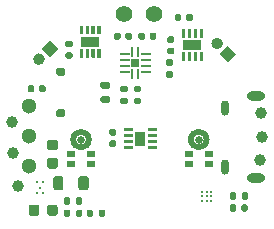
<source format=gbs>
G04 #@! TF.GenerationSoftware,KiCad,Pcbnew,5.1.12-84ad8e8a86~92~ubuntu20.04.1*
G04 #@! TF.CreationDate,2022-02-16T15:18:21-08:00*
G04 #@! TF.ProjectId,Zooids,5a6f6f69-6473-42e6-9b69-6361645f7063,rev?*
G04 #@! TF.SameCoordinates,Original*
G04 #@! TF.FileFunction,Soldermask,Bot*
G04 #@! TF.FilePolarity,Negative*
%FSLAX46Y46*%
G04 Gerber Fmt 4.6, Leading zero omitted, Abs format (unit mm)*
G04 Created by KiCad (PCBNEW 5.1.12-84ad8e8a86~92~ubuntu20.04.1) date 2022-02-16 15:18:21*
%MOMM*%
%LPD*%
G01*
G04 APERTURE LIST*
%ADD10C,0.500000*%
%ADD11O,1.550000X0.775000*%
%ADD12O,0.650000X1.300000*%
%ADD13C,0.264922*%
%ADD14R,0.725000X0.522000*%
%ADD15C,0.650000*%
%ADD16C,1.000000*%
%ADD17R,0.900000X1.300000*%
%ADD18C,0.250000*%
%ADD19R,1.600000X0.900000*%
%ADD20C,0.150000*%
%ADD21R,0.711200X0.711200*%
%ADD22R,0.228600X0.812800*%
%ADD23R,0.812800X0.228600*%
%ADD24C,1.400000*%
%ADD25C,1.300000*%
G04 APERTURE END LIST*
D10*
G04 #@! TO.C,MK1*
X159272500Y-97355000D02*
G75*
G03*
X159272500Y-97355000I-662500J0D01*
G01*
G04 #@! TO.C,MK2*
X149308000Y-97365000D02*
G75*
G03*
X149308000Y-97365000I-662500J0D01*
G01*
G04 #@! TD*
D11*
G04 #@! TO.C,J1*
X163500000Y-93655000D03*
X163500000Y-100655000D03*
D12*
X160800000Y-94655000D03*
X160800000Y-99655000D03*
G04 #@! TD*
D13*
G04 #@! TO.C,U2*
X145390000Y-100992000D03*
X144890000Y-100992000D03*
X145140000Y-101425000D03*
X145390000Y-101858000D03*
X144890000Y-101858000D03*
G04 #@! TD*
D14*
G04 #@! TO.C,MK1*
X157772500Y-99429000D03*
X157772500Y-98607000D03*
X159447500Y-98607000D03*
X159447500Y-99429000D03*
D15*
X158610000Y-97355000D03*
G04 #@! TD*
D16*
G04 #@! TO.C,TP8*
X142860000Y-98455000D03*
G04 #@! TD*
D17*
G04 #@! TO.C,U4*
X153680000Y-97275000D03*
G36*
G01*
X154285000Y-98151900D02*
X154285000Y-97898100D01*
G75*
G02*
X154293100Y-97890000I8100J0D01*
G01*
X155036900Y-97890000D01*
G75*
G02*
X155045000Y-97898100I0J-8100D01*
G01*
X155045000Y-98151900D01*
G75*
G02*
X155036900Y-98160000I-8100J0D01*
G01*
X154293100Y-98160000D01*
G75*
G02*
X154285000Y-98151900I0J8100D01*
G01*
G37*
G36*
G01*
X154285000Y-97651900D02*
X154285000Y-97398100D01*
G75*
G02*
X154293100Y-97390000I8100J0D01*
G01*
X155036900Y-97390000D01*
G75*
G02*
X155045000Y-97398100I0J-8100D01*
G01*
X155045000Y-97651900D01*
G75*
G02*
X155036900Y-97660000I-8100J0D01*
G01*
X154293100Y-97660000D01*
G75*
G02*
X154285000Y-97651900I0J8100D01*
G01*
G37*
G36*
G01*
X154285000Y-97151900D02*
X154285000Y-96898100D01*
G75*
G02*
X154293100Y-96890000I8100J0D01*
G01*
X155036900Y-96890000D01*
G75*
G02*
X155045000Y-96898100I0J-8100D01*
G01*
X155045000Y-97151900D01*
G75*
G02*
X155036900Y-97160000I-8100J0D01*
G01*
X154293100Y-97160000D01*
G75*
G02*
X154285000Y-97151900I0J8100D01*
G01*
G37*
G36*
G01*
X154285000Y-96651900D02*
X154285000Y-96398100D01*
G75*
G02*
X154293100Y-96390000I8100J0D01*
G01*
X155036900Y-96390000D01*
G75*
G02*
X155045000Y-96398100I0J-8100D01*
G01*
X155045000Y-96651900D01*
G75*
G02*
X155036900Y-96660000I-8100J0D01*
G01*
X154293100Y-96660000D01*
G75*
G02*
X154285000Y-96651900I0J8100D01*
G01*
G37*
G36*
G01*
X152315000Y-96651900D02*
X152315000Y-96398100D01*
G75*
G02*
X152323100Y-96390000I8100J0D01*
G01*
X153066900Y-96390000D01*
G75*
G02*
X153075000Y-96398100I0J-8100D01*
G01*
X153075000Y-96651900D01*
G75*
G02*
X153066900Y-96660000I-8100J0D01*
G01*
X152323100Y-96660000D01*
G75*
G02*
X152315000Y-96651900I0J8100D01*
G01*
G37*
G36*
G01*
X152315000Y-97151900D02*
X152315000Y-96898100D01*
G75*
G02*
X152323100Y-96890000I8100J0D01*
G01*
X153066900Y-96890000D01*
G75*
G02*
X153075000Y-96898100I0J-8100D01*
G01*
X153075000Y-97151900D01*
G75*
G02*
X153066900Y-97160000I-8100J0D01*
G01*
X152323100Y-97160000D01*
G75*
G02*
X152315000Y-97151900I0J8100D01*
G01*
G37*
G36*
G01*
X152315000Y-97651900D02*
X152315000Y-97398100D01*
G75*
G02*
X152323100Y-97390000I8100J0D01*
G01*
X153066900Y-97390000D01*
G75*
G02*
X153075000Y-97398100I0J-8100D01*
G01*
X153075000Y-97651900D01*
G75*
G02*
X153066900Y-97660000I-8100J0D01*
G01*
X152323100Y-97660000D01*
G75*
G02*
X152315000Y-97651900I0J8100D01*
G01*
G37*
G36*
G01*
X152315000Y-98151900D02*
X152315000Y-97898100D01*
G75*
G02*
X152323100Y-97890000I8100J0D01*
G01*
X153066900Y-97890000D01*
G75*
G02*
X153075000Y-97898100I0J-8100D01*
G01*
X153075000Y-98151900D01*
G75*
G02*
X153066900Y-98160000I-8100J0D01*
G01*
X152323100Y-98160000D01*
G75*
G02*
X152315000Y-98151900I0J8100D01*
G01*
G37*
G04 #@! TD*
D18*
G04 #@! TO.C,U9*
X159680000Y-102565000D03*
X159680000Y-102165000D03*
X159680000Y-101765000D03*
X159280000Y-102565000D03*
X159280000Y-102165000D03*
X159280000Y-101765000D03*
X158880000Y-102565000D03*
X158880000Y-102165000D03*
X158880000Y-101765000D03*
G04 #@! TD*
G04 #@! TO.C,R13*
G36*
G01*
X153615000Y-93345000D02*
X153245000Y-93345000D01*
G75*
G02*
X153110000Y-93210000I0J135000D01*
G01*
X153110000Y-92940000D01*
G75*
G02*
X153245000Y-92805000I135000J0D01*
G01*
X153615000Y-92805000D01*
G75*
G02*
X153750000Y-92940000I0J-135000D01*
G01*
X153750000Y-93210000D01*
G75*
G02*
X153615000Y-93345000I-135000J0D01*
G01*
G37*
G36*
G01*
X153615000Y-94365000D02*
X153245000Y-94365000D01*
G75*
G02*
X153110000Y-94230000I0J135000D01*
G01*
X153110000Y-93960000D01*
G75*
G02*
X153245000Y-93825000I135000J0D01*
G01*
X153615000Y-93825000D01*
G75*
G02*
X153750000Y-93960000I0J-135000D01*
G01*
X153750000Y-94230000D01*
G75*
G02*
X153615000Y-94365000I-135000J0D01*
G01*
G37*
G04 #@! TD*
G04 #@! TO.C,R12*
G36*
G01*
X152455000Y-93355000D02*
X152085000Y-93355000D01*
G75*
G02*
X151950000Y-93220000I0J135000D01*
G01*
X151950000Y-92950000D01*
G75*
G02*
X152085000Y-92815000I135000J0D01*
G01*
X152455000Y-92815000D01*
G75*
G02*
X152590000Y-92950000I0J-135000D01*
G01*
X152590000Y-93220000D01*
G75*
G02*
X152455000Y-93355000I-135000J0D01*
G01*
G37*
G36*
G01*
X152455000Y-94375000D02*
X152085000Y-94375000D01*
G75*
G02*
X151950000Y-94240000I0J135000D01*
G01*
X151950000Y-93970000D01*
G75*
G02*
X152085000Y-93835000I135000J0D01*
G01*
X152455000Y-93835000D01*
G75*
G02*
X152590000Y-93970000I0J-135000D01*
G01*
X152590000Y-94240000D01*
G75*
G02*
X152455000Y-94375000I-135000J0D01*
G01*
G37*
G04 #@! TD*
G04 #@! TO.C,R4*
G36*
G01*
X155945000Y-91585000D02*
X156315000Y-91585000D01*
G75*
G02*
X156450000Y-91720000I0J-135000D01*
G01*
X156450000Y-91990000D01*
G75*
G02*
X156315000Y-92125000I-135000J0D01*
G01*
X155945000Y-92125000D01*
G75*
G02*
X155810000Y-91990000I0J135000D01*
G01*
X155810000Y-91720000D01*
G75*
G02*
X155945000Y-91585000I135000J0D01*
G01*
G37*
G36*
G01*
X155945000Y-90565000D02*
X156315000Y-90565000D01*
G75*
G02*
X156450000Y-90700000I0J-135000D01*
G01*
X156450000Y-90970000D01*
G75*
G02*
X156315000Y-91105000I-135000J0D01*
G01*
X155945000Y-91105000D01*
G75*
G02*
X155810000Y-90970000I0J135000D01*
G01*
X155810000Y-90700000D01*
G75*
G02*
X155945000Y-90565000I135000J0D01*
G01*
G37*
G04 #@! TD*
G04 #@! TO.C,C6*
G36*
G01*
X151160000Y-97425000D02*
X151500000Y-97425000D01*
G75*
G02*
X151640000Y-97565000I0J-140000D01*
G01*
X151640000Y-97845000D01*
G75*
G02*
X151500000Y-97985000I-140000J0D01*
G01*
X151160000Y-97985000D01*
G75*
G02*
X151020000Y-97845000I0J140000D01*
G01*
X151020000Y-97565000D01*
G75*
G02*
X151160000Y-97425000I140000J0D01*
G01*
G37*
G36*
G01*
X151160000Y-96465000D02*
X151500000Y-96465000D01*
G75*
G02*
X151640000Y-96605000I0J-140000D01*
G01*
X151640000Y-96885000D01*
G75*
G02*
X151500000Y-97025000I-140000J0D01*
G01*
X151160000Y-97025000D01*
G75*
G02*
X151020000Y-96885000I0J140000D01*
G01*
X151020000Y-96605000D01*
G75*
G02*
X151160000Y-96465000I140000J0D01*
G01*
G37*
G04 #@! TD*
D19*
G04 #@! TO.C,U6*
X158080000Y-89350000D03*
G36*
G01*
X157201200Y-89965000D02*
X157458800Y-89965000D01*
G75*
G02*
X157470000Y-89976200I0J-11200D01*
G01*
X157470000Y-90693800D01*
G75*
G02*
X157458800Y-90705000I-11200J0D01*
G01*
X157201200Y-90705000D01*
G75*
G02*
X157190000Y-90693800I0J11200D01*
G01*
X157190000Y-89976200D01*
G75*
G02*
X157201200Y-89965000I11200J0D01*
G01*
G37*
G36*
G01*
X157701200Y-89965000D02*
X157958800Y-89965000D01*
G75*
G02*
X157970000Y-89976200I0J-11200D01*
G01*
X157970000Y-90693800D01*
G75*
G02*
X157958800Y-90705000I-11200J0D01*
G01*
X157701200Y-90705000D01*
G75*
G02*
X157690000Y-90693800I0J11200D01*
G01*
X157690000Y-89976200D01*
G75*
G02*
X157701200Y-89965000I11200J0D01*
G01*
G37*
G36*
G01*
X158201200Y-89965000D02*
X158458800Y-89965000D01*
G75*
G02*
X158470000Y-89976200I0J-11200D01*
G01*
X158470000Y-90693800D01*
G75*
G02*
X158458800Y-90705000I-11200J0D01*
G01*
X158201200Y-90705000D01*
G75*
G02*
X158190000Y-90693800I0J11200D01*
G01*
X158190000Y-89976200D01*
G75*
G02*
X158201200Y-89965000I11200J0D01*
G01*
G37*
G36*
G01*
X158701200Y-89965000D02*
X158958800Y-89965000D01*
G75*
G02*
X158970000Y-89976200I0J-11200D01*
G01*
X158970000Y-90693800D01*
G75*
G02*
X158958800Y-90705000I-11200J0D01*
G01*
X158701200Y-90705000D01*
G75*
G02*
X158690000Y-90693800I0J11200D01*
G01*
X158690000Y-89976200D01*
G75*
G02*
X158701200Y-89965000I11200J0D01*
G01*
G37*
G36*
G01*
X158701200Y-87995000D02*
X158958800Y-87995000D01*
G75*
G02*
X158970000Y-88006200I0J-11200D01*
G01*
X158970000Y-88723800D01*
G75*
G02*
X158958800Y-88735000I-11200J0D01*
G01*
X158701200Y-88735000D01*
G75*
G02*
X158690000Y-88723800I0J11200D01*
G01*
X158690000Y-88006200D01*
G75*
G02*
X158701200Y-87995000I11200J0D01*
G01*
G37*
G36*
G01*
X158201200Y-87995000D02*
X158458800Y-87995000D01*
G75*
G02*
X158470000Y-88006200I0J-11200D01*
G01*
X158470000Y-88723800D01*
G75*
G02*
X158458800Y-88735000I-11200J0D01*
G01*
X158201200Y-88735000D01*
G75*
G02*
X158190000Y-88723800I0J11200D01*
G01*
X158190000Y-88006200D01*
G75*
G02*
X158201200Y-87995000I11200J0D01*
G01*
G37*
G36*
G01*
X157701200Y-87995000D02*
X157958800Y-87995000D01*
G75*
G02*
X157970000Y-88006200I0J-11200D01*
G01*
X157970000Y-88723800D01*
G75*
G02*
X157958800Y-88735000I-11200J0D01*
G01*
X157701200Y-88735000D01*
G75*
G02*
X157690000Y-88723800I0J11200D01*
G01*
X157690000Y-88006200D01*
G75*
G02*
X157701200Y-87995000I11200J0D01*
G01*
G37*
G36*
G01*
X157201200Y-87995000D02*
X157458800Y-87995000D01*
G75*
G02*
X157470000Y-88006200I0J-11200D01*
G01*
X157470000Y-88723800D01*
G75*
G02*
X157458800Y-88735000I-11200J0D01*
G01*
X157201200Y-88735000D01*
G75*
G02*
X157190000Y-88723800I0J11200D01*
G01*
X157190000Y-88006200D01*
G75*
G02*
X157201200Y-87995000I11200J0D01*
G01*
G37*
G04 #@! TD*
G04 #@! TO.C,U5*
X149420000Y-89060000D03*
G36*
G01*
X148541200Y-89675000D02*
X148798800Y-89675000D01*
G75*
G02*
X148810000Y-89686200I0J-11200D01*
G01*
X148810000Y-90403800D01*
G75*
G02*
X148798800Y-90415000I-11200J0D01*
G01*
X148541200Y-90415000D01*
G75*
G02*
X148530000Y-90403800I0J11200D01*
G01*
X148530000Y-89686200D01*
G75*
G02*
X148541200Y-89675000I11200J0D01*
G01*
G37*
G36*
G01*
X149041200Y-89675000D02*
X149298800Y-89675000D01*
G75*
G02*
X149310000Y-89686200I0J-11200D01*
G01*
X149310000Y-90403800D01*
G75*
G02*
X149298800Y-90415000I-11200J0D01*
G01*
X149041200Y-90415000D01*
G75*
G02*
X149030000Y-90403800I0J11200D01*
G01*
X149030000Y-89686200D01*
G75*
G02*
X149041200Y-89675000I11200J0D01*
G01*
G37*
G36*
G01*
X149541200Y-89675000D02*
X149798800Y-89675000D01*
G75*
G02*
X149810000Y-89686200I0J-11200D01*
G01*
X149810000Y-90403800D01*
G75*
G02*
X149798800Y-90415000I-11200J0D01*
G01*
X149541200Y-90415000D01*
G75*
G02*
X149530000Y-90403800I0J11200D01*
G01*
X149530000Y-89686200D01*
G75*
G02*
X149541200Y-89675000I11200J0D01*
G01*
G37*
G36*
G01*
X150041200Y-89675000D02*
X150298800Y-89675000D01*
G75*
G02*
X150310000Y-89686200I0J-11200D01*
G01*
X150310000Y-90403800D01*
G75*
G02*
X150298800Y-90415000I-11200J0D01*
G01*
X150041200Y-90415000D01*
G75*
G02*
X150030000Y-90403800I0J11200D01*
G01*
X150030000Y-89686200D01*
G75*
G02*
X150041200Y-89675000I11200J0D01*
G01*
G37*
G36*
G01*
X150041200Y-87705000D02*
X150298800Y-87705000D01*
G75*
G02*
X150310000Y-87716200I0J-11200D01*
G01*
X150310000Y-88433800D01*
G75*
G02*
X150298800Y-88445000I-11200J0D01*
G01*
X150041200Y-88445000D01*
G75*
G02*
X150030000Y-88433800I0J11200D01*
G01*
X150030000Y-87716200D01*
G75*
G02*
X150041200Y-87705000I11200J0D01*
G01*
G37*
G36*
G01*
X149541200Y-87705000D02*
X149798800Y-87705000D01*
G75*
G02*
X149810000Y-87716200I0J-11200D01*
G01*
X149810000Y-88433800D01*
G75*
G02*
X149798800Y-88445000I-11200J0D01*
G01*
X149541200Y-88445000D01*
G75*
G02*
X149530000Y-88433800I0J11200D01*
G01*
X149530000Y-87716200D01*
G75*
G02*
X149541200Y-87705000I11200J0D01*
G01*
G37*
G36*
G01*
X149041200Y-87705000D02*
X149298800Y-87705000D01*
G75*
G02*
X149310000Y-87716200I0J-11200D01*
G01*
X149310000Y-88433800D01*
G75*
G02*
X149298800Y-88445000I-11200J0D01*
G01*
X149041200Y-88445000D01*
G75*
G02*
X149030000Y-88433800I0J11200D01*
G01*
X149030000Y-87716200D01*
G75*
G02*
X149041200Y-87705000I11200J0D01*
G01*
G37*
G36*
G01*
X148541200Y-87705000D02*
X148798800Y-87705000D01*
G75*
G02*
X148810000Y-87716200I0J-11200D01*
G01*
X148810000Y-88433800D01*
G75*
G02*
X148798800Y-88445000I-11200J0D01*
G01*
X148541200Y-88445000D01*
G75*
G02*
X148530000Y-88433800I0J11200D01*
G01*
X148530000Y-87716200D01*
G75*
G02*
X148541200Y-87705000I11200J0D01*
G01*
G37*
G04 #@! TD*
D15*
G04 #@! TO.C,MK2*
X148645500Y-97365000D03*
D14*
X149483000Y-99439000D03*
X149483000Y-98617000D03*
X147808000Y-98617000D03*
X147808000Y-99439000D03*
G04 #@! TD*
G04 #@! TO.C,L1*
G36*
G01*
X148412500Y-101426250D02*
X148412500Y-100663750D01*
G75*
G02*
X148631250Y-100445000I218750J0D01*
G01*
X149068750Y-100445000D01*
G75*
G02*
X149287500Y-100663750I0J-218750D01*
G01*
X149287500Y-101426250D01*
G75*
G02*
X149068750Y-101645000I-218750J0D01*
G01*
X148631250Y-101645000D01*
G75*
G02*
X148412500Y-101426250I0J218750D01*
G01*
G37*
G36*
G01*
X146287500Y-101426250D02*
X146287500Y-100663750D01*
G75*
G02*
X146506250Y-100445000I218750J0D01*
G01*
X146943750Y-100445000D01*
G75*
G02*
X147162500Y-100663750I0J-218750D01*
G01*
X147162500Y-101426250D01*
G75*
G02*
X146943750Y-101645000I-218750J0D01*
G01*
X146506250Y-101645000D01*
G75*
G02*
X146287500Y-101426250I0J218750D01*
G01*
G37*
G04 #@! TD*
G04 #@! TO.C,C12*
G36*
G01*
X157540000Y-87195000D02*
X157540000Y-86855000D01*
G75*
G02*
X157680000Y-86715000I140000J0D01*
G01*
X157960000Y-86715000D01*
G75*
G02*
X158100000Y-86855000I0J-140000D01*
G01*
X158100000Y-87195000D01*
G75*
G02*
X157960000Y-87335000I-140000J0D01*
G01*
X157680000Y-87335000D01*
G75*
G02*
X157540000Y-87195000I0J140000D01*
G01*
G37*
G36*
G01*
X156580000Y-87195000D02*
X156580000Y-86855000D01*
G75*
G02*
X156720000Y-86715000I140000J0D01*
G01*
X157000000Y-86715000D01*
G75*
G02*
X157140000Y-86855000I0J-140000D01*
G01*
X157140000Y-87195000D01*
G75*
G02*
X157000000Y-87335000I-140000J0D01*
G01*
X156720000Y-87335000D01*
G75*
G02*
X156580000Y-87195000I0J140000D01*
G01*
G37*
G04 #@! TD*
G04 #@! TO.C,C11*
G36*
G01*
X145090000Y-93225000D02*
X145090000Y-92885000D01*
G75*
G02*
X145230000Y-92745000I140000J0D01*
G01*
X145510000Y-92745000D01*
G75*
G02*
X145650000Y-92885000I0J-140000D01*
G01*
X145650000Y-93225000D01*
G75*
G02*
X145510000Y-93365000I-140000J0D01*
G01*
X145230000Y-93365000D01*
G75*
G02*
X145090000Y-93225000I0J140000D01*
G01*
G37*
G36*
G01*
X144130000Y-93225000D02*
X144130000Y-92885000D01*
G75*
G02*
X144270000Y-92745000I140000J0D01*
G01*
X144550000Y-92745000D01*
G75*
G02*
X144690000Y-92885000I0J-140000D01*
G01*
X144690000Y-93225000D01*
G75*
G02*
X144550000Y-93365000I-140000J0D01*
G01*
X144270000Y-93365000D01*
G75*
G02*
X144130000Y-93225000I0J140000D01*
G01*
G37*
G04 #@! TD*
D20*
G04 #@! TO.C,P3*
G36*
X161070000Y-89417893D02*
G01*
X161777107Y-90125000D01*
X161070000Y-90832107D01*
X160362893Y-90125000D01*
X161070000Y-89417893D01*
G37*
G36*
G01*
X160525527Y-88873421D02*
X160525527Y-88873421D01*
G75*
G02*
X160525527Y-89580527I-353553J-353553D01*
G01*
X160525527Y-89580527D01*
G75*
G02*
X159818421Y-89580527I-353553J353553D01*
G01*
X159818421Y-89580527D01*
G75*
G02*
X159818421Y-88873421I353553J353553D01*
G01*
X159818421Y-88873421D01*
G75*
G02*
X160525527Y-88873421I353553J-353553D01*
G01*
G37*
G04 #@! TD*
G04 #@! TO.C,P1*
G36*
G01*
X150980000Y-94270000D02*
X150430000Y-94270000D01*
G75*
G02*
X150280000Y-94120000I0J150000D01*
G01*
X150280000Y-93820000D01*
G75*
G02*
X150430000Y-93670000I150000J0D01*
G01*
X150980000Y-93670000D01*
G75*
G02*
X151130000Y-93820000I0J-150000D01*
G01*
X151130000Y-94120000D01*
G75*
G02*
X150980000Y-94270000I-150000J0D01*
G01*
G37*
G36*
G01*
X150980000Y-93070000D02*
X150430000Y-93070000D01*
G75*
G02*
X150280000Y-92920000I0J150000D01*
G01*
X150280000Y-92620000D01*
G75*
G02*
X150430000Y-92470000I150000J0D01*
G01*
X150980000Y-92470000D01*
G75*
G02*
X151130000Y-92620000I0J-150000D01*
G01*
X151130000Y-92920000D01*
G75*
G02*
X150980000Y-93070000I-150000J0D01*
G01*
G37*
G36*
G01*
X147155000Y-95470000D02*
X146705000Y-95470000D01*
G75*
G02*
X146530000Y-95295000I0J175000D01*
G01*
X146530000Y-94945000D01*
G75*
G02*
X146705000Y-94770000I175000J0D01*
G01*
X147155000Y-94770000D01*
G75*
G02*
X147330000Y-94945000I0J-175000D01*
G01*
X147330000Y-95295000D01*
G75*
G02*
X147155000Y-95470000I-175000J0D01*
G01*
G37*
G36*
G01*
X147155000Y-91970000D02*
X146705000Y-91970000D01*
G75*
G02*
X146530000Y-91795000I0J175000D01*
G01*
X146530000Y-91445000D01*
G75*
G02*
X146705000Y-91270000I175000J0D01*
G01*
X147155000Y-91270000D01*
G75*
G02*
X147330000Y-91445000I0J-175000D01*
G01*
X147330000Y-91795000D01*
G75*
G02*
X147155000Y-91970000I-175000J0D01*
G01*
G37*
G04 #@! TD*
D16*
G04 #@! TO.C,TP1*
X142840000Y-95865000D03*
G04 #@! TD*
D21*
G04 #@! TO.C,U3*
X153248300Y-90865001D03*
D22*
X153498300Y-89963301D03*
X152998300Y-89963301D03*
D23*
X152346600Y-90115000D03*
X152346600Y-90615001D03*
X152346600Y-91115001D03*
X152346600Y-91615002D03*
D22*
X152998300Y-91766701D03*
X153498300Y-91766701D03*
D23*
X154150000Y-91615002D03*
X154150000Y-91115001D03*
X154150000Y-90615001D03*
X154150000Y-90115000D03*
G04 #@! TD*
G04 #@! TO.C,C8*
G36*
G01*
X154050000Y-88435000D02*
X154050000Y-88775000D01*
G75*
G02*
X153910000Y-88915000I-140000J0D01*
G01*
X153630000Y-88915000D01*
G75*
G02*
X153490000Y-88775000I0J140000D01*
G01*
X153490000Y-88435000D01*
G75*
G02*
X153630000Y-88295000I140000J0D01*
G01*
X153910000Y-88295000D01*
G75*
G02*
X154050000Y-88435000I0J-140000D01*
G01*
G37*
G36*
G01*
X155010000Y-88435000D02*
X155010000Y-88775000D01*
G75*
G02*
X154870000Y-88915000I-140000J0D01*
G01*
X154590000Y-88915000D01*
G75*
G02*
X154450000Y-88775000I0J140000D01*
G01*
X154450000Y-88435000D01*
G75*
G02*
X154590000Y-88295000I140000J0D01*
G01*
X154870000Y-88295000D01*
G75*
G02*
X155010000Y-88435000I0J-140000D01*
G01*
G37*
G04 #@! TD*
G04 #@! TO.C,C3*
G36*
G01*
X152390000Y-88775000D02*
X152390000Y-88435000D01*
G75*
G02*
X152530000Y-88295000I140000J0D01*
G01*
X152810000Y-88295000D01*
G75*
G02*
X152950000Y-88435000I0J-140000D01*
G01*
X152950000Y-88775000D01*
G75*
G02*
X152810000Y-88915000I-140000J0D01*
G01*
X152530000Y-88915000D01*
G75*
G02*
X152390000Y-88775000I0J140000D01*
G01*
G37*
G36*
G01*
X151430000Y-88775000D02*
X151430000Y-88435000D01*
G75*
G02*
X151570000Y-88295000I140000J0D01*
G01*
X151850000Y-88295000D01*
G75*
G02*
X151990000Y-88435000I0J-140000D01*
G01*
X151990000Y-88775000D01*
G75*
G02*
X151850000Y-88915000I-140000J0D01*
G01*
X151570000Y-88915000D01*
G75*
G02*
X151430000Y-88775000I0J140000D01*
G01*
G37*
G04 #@! TD*
G04 #@! TO.C,P4*
G36*
G01*
X144728421Y-90204473D02*
X144728421Y-90204473D01*
G75*
G02*
X145435527Y-90204473I353553J-353553D01*
G01*
X145435527Y-90204473D01*
G75*
G02*
X145435527Y-90911579I-353553J-353553D01*
G01*
X145435527Y-90911579D01*
G75*
G02*
X144728421Y-90911579I-353553J353553D01*
G01*
X144728421Y-90911579D01*
G75*
G02*
X144728421Y-90204473I353553J353553D01*
G01*
G37*
D20*
G36*
X145272893Y-89660000D02*
G01*
X145980000Y-88952893D01*
X146687107Y-89660000D01*
X145980000Y-90367107D01*
X145272893Y-89660000D01*
G37*
G04 #@! TD*
D24*
G04 #@! TO.C,P2*
X152320000Y-86725000D03*
X154860000Y-86725000D03*
G04 #@! TD*
D16*
G04 #@! TO.C,TP9*
X143300000Y-101265000D03*
G04 #@! TD*
G04 #@! TO.C,TP5*
X163910000Y-95075000D03*
G04 #@! TD*
G04 #@! TO.C,TP4*
X163930000Y-97105000D03*
G04 #@! TD*
G04 #@! TO.C,TP3*
X163800000Y-99125000D03*
G04 #@! TD*
G04 #@! TO.C,R8*
G36*
G01*
X162250000Y-102330000D02*
X162250000Y-101960000D01*
G75*
G02*
X162385000Y-101825000I135000J0D01*
G01*
X162655000Y-101825000D01*
G75*
G02*
X162790000Y-101960000I0J-135000D01*
G01*
X162790000Y-102330000D01*
G75*
G02*
X162655000Y-102465000I-135000J0D01*
G01*
X162385000Y-102465000D01*
G75*
G02*
X162250000Y-102330000I0J135000D01*
G01*
G37*
G36*
G01*
X161230000Y-102330000D02*
X161230000Y-101960000D01*
G75*
G02*
X161365000Y-101825000I135000J0D01*
G01*
X161635000Y-101825000D01*
G75*
G02*
X161770000Y-101960000I0J-135000D01*
G01*
X161770000Y-102330000D01*
G75*
G02*
X161635000Y-102465000I-135000J0D01*
G01*
X161365000Y-102465000D01*
G75*
G02*
X161230000Y-102330000I0J135000D01*
G01*
G37*
G04 #@! TD*
G04 #@! TO.C,R3*
G36*
G01*
X150150000Y-103790000D02*
X150150000Y-103420000D01*
G75*
G02*
X150285000Y-103285000I135000J0D01*
G01*
X150555000Y-103285000D01*
G75*
G02*
X150690000Y-103420000I0J-135000D01*
G01*
X150690000Y-103790000D01*
G75*
G02*
X150555000Y-103925000I-135000J0D01*
G01*
X150285000Y-103925000D01*
G75*
G02*
X150150000Y-103790000I0J135000D01*
G01*
G37*
G36*
G01*
X149130000Y-103790000D02*
X149130000Y-103420000D01*
G75*
G02*
X149265000Y-103285000I135000J0D01*
G01*
X149535000Y-103285000D01*
G75*
G02*
X149670000Y-103420000I0J-135000D01*
G01*
X149670000Y-103790000D01*
G75*
G02*
X149535000Y-103925000I-135000J0D01*
G01*
X149265000Y-103925000D01*
G75*
G02*
X149130000Y-103790000I0J135000D01*
G01*
G37*
G04 #@! TD*
G04 #@! TO.C,R2*
G36*
G01*
X148200000Y-102760000D02*
X148200000Y-102390000D01*
G75*
G02*
X148335000Y-102255000I135000J0D01*
G01*
X148605000Y-102255000D01*
G75*
G02*
X148740000Y-102390000I0J-135000D01*
G01*
X148740000Y-102760000D01*
G75*
G02*
X148605000Y-102895000I-135000J0D01*
G01*
X148335000Y-102895000D01*
G75*
G02*
X148200000Y-102760000I0J135000D01*
G01*
G37*
G36*
G01*
X147180000Y-102760000D02*
X147180000Y-102390000D01*
G75*
G02*
X147315000Y-102255000I135000J0D01*
G01*
X147585000Y-102255000D01*
G75*
G02*
X147720000Y-102390000I0J-135000D01*
G01*
X147720000Y-102760000D01*
G75*
G02*
X147585000Y-102895000I-135000J0D01*
G01*
X147315000Y-102895000D01*
G75*
G02*
X147180000Y-102760000I0J135000D01*
G01*
G37*
G04 #@! TD*
G04 #@! TO.C,R1*
G36*
G01*
X148210001Y-103790000D02*
X148210001Y-103420000D01*
G75*
G02*
X148345001Y-103285000I135000J0D01*
G01*
X148615001Y-103285000D01*
G75*
G02*
X148750001Y-103420000I0J-135000D01*
G01*
X148750001Y-103790000D01*
G75*
G02*
X148615001Y-103925000I-135000J0D01*
G01*
X148345001Y-103925000D01*
G75*
G02*
X148210001Y-103790000I0J135000D01*
G01*
G37*
G36*
G01*
X147190001Y-103790000D02*
X147190001Y-103420000D01*
G75*
G02*
X147325001Y-103285000I135000J0D01*
G01*
X147595001Y-103285000D01*
G75*
G02*
X147730001Y-103420000I0J-135000D01*
G01*
X147730001Y-103790000D01*
G75*
G02*
X147595001Y-103925000I-135000J0D01*
G01*
X147325001Y-103925000D01*
G75*
G02*
X147190001Y-103790000I0J135000D01*
G01*
G37*
G04 #@! TD*
D25*
G04 #@! TO.C,S1*
X144250000Y-94530000D03*
X144250000Y-99610000D03*
X144250000Y-97070000D03*
G04 #@! TD*
G04 #@! TO.C,C1*
G36*
G01*
X147460000Y-88990000D02*
X147800000Y-88990000D01*
G75*
G02*
X147940000Y-89130000I0J-140000D01*
G01*
X147940000Y-89410000D01*
G75*
G02*
X147800000Y-89550000I-140000J0D01*
G01*
X147460000Y-89550000D01*
G75*
G02*
X147320000Y-89410000I0J140000D01*
G01*
X147320000Y-89130000D01*
G75*
G02*
X147460000Y-88990000I140000J0D01*
G01*
G37*
G36*
G01*
X147460000Y-89950000D02*
X147800000Y-89950000D01*
G75*
G02*
X147940000Y-90090000I0J-140000D01*
G01*
X147940000Y-90370000D01*
G75*
G02*
X147800000Y-90510000I-140000J0D01*
G01*
X147460000Y-90510000D01*
G75*
G02*
X147320000Y-90370000I0J140000D01*
G01*
X147320000Y-90090000D01*
G75*
G02*
X147460000Y-89950000I140000J0D01*
G01*
G37*
G04 #@! TD*
G04 #@! TO.C,C10*
G36*
G01*
X161250000Y-103325000D02*
X161250000Y-102985000D01*
G75*
G02*
X161390000Y-102845000I140000J0D01*
G01*
X161670000Y-102845000D01*
G75*
G02*
X161810000Y-102985000I0J-140000D01*
G01*
X161810000Y-103325000D01*
G75*
G02*
X161670000Y-103465000I-140000J0D01*
G01*
X161390000Y-103465000D01*
G75*
G02*
X161250000Y-103325000I0J140000D01*
G01*
G37*
G36*
G01*
X162210000Y-103325000D02*
X162210000Y-102985000D01*
G75*
G02*
X162350000Y-102845000I140000J0D01*
G01*
X162630000Y-102845000D01*
G75*
G02*
X162770000Y-102985000I0J-140000D01*
G01*
X162770000Y-103325000D01*
G75*
G02*
X162630000Y-103465000I-140000J0D01*
G01*
X162350000Y-103465000D01*
G75*
G02*
X162210000Y-103325000I0J140000D01*
G01*
G37*
G04 #@! TD*
G04 #@! TO.C,C2*
G36*
G01*
X156420000Y-89185000D02*
X156080000Y-89185000D01*
G75*
G02*
X155940000Y-89045000I0J140000D01*
G01*
X155940000Y-88765000D01*
G75*
G02*
X156080000Y-88625000I140000J0D01*
G01*
X156420000Y-88625000D01*
G75*
G02*
X156560000Y-88765000I0J-140000D01*
G01*
X156560000Y-89045000D01*
G75*
G02*
X156420000Y-89185000I-140000J0D01*
G01*
G37*
G36*
G01*
X156420000Y-90145000D02*
X156080000Y-90145000D01*
G75*
G02*
X155940000Y-90005000I0J140000D01*
G01*
X155940000Y-89725000D01*
G75*
G02*
X156080000Y-89585000I140000J0D01*
G01*
X156420000Y-89585000D01*
G75*
G02*
X156560000Y-89725000I0J-140000D01*
G01*
X156560000Y-90005000D01*
G75*
G02*
X156420000Y-90145000I-140000J0D01*
G01*
G37*
G04 #@! TD*
G04 #@! TO.C,C4*
G36*
G01*
X146670000Y-103095000D02*
X146670000Y-103595000D01*
G75*
G02*
X146445000Y-103820000I-225000J0D01*
G01*
X145995000Y-103820000D01*
G75*
G02*
X145770000Y-103595000I0J225000D01*
G01*
X145770000Y-103095000D01*
G75*
G02*
X145995000Y-102870000I225000J0D01*
G01*
X146445000Y-102870000D01*
G75*
G02*
X146670000Y-103095000I0J-225000D01*
G01*
G37*
G36*
G01*
X145120000Y-103095000D02*
X145120000Y-103595000D01*
G75*
G02*
X144895000Y-103820000I-225000J0D01*
G01*
X144445000Y-103820000D01*
G75*
G02*
X144220000Y-103595000I0J225000D01*
G01*
X144220000Y-103095000D01*
G75*
G02*
X144445000Y-102870000I225000J0D01*
G01*
X144895000Y-102870000D01*
G75*
G02*
X145120000Y-103095000I0J-225000D01*
G01*
G37*
G04 #@! TD*
G04 #@! TO.C,C7*
G36*
G01*
X145980000Y-98915000D02*
X146480000Y-98915000D01*
G75*
G02*
X146705000Y-99140000I0J-225000D01*
G01*
X146705000Y-99590000D01*
G75*
G02*
X146480000Y-99815000I-225000J0D01*
G01*
X145980000Y-99815000D01*
G75*
G02*
X145755000Y-99590000I0J225000D01*
G01*
X145755000Y-99140000D01*
G75*
G02*
X145980000Y-98915000I225000J0D01*
G01*
G37*
G36*
G01*
X145980000Y-97365000D02*
X146480000Y-97365000D01*
G75*
G02*
X146705000Y-97590000I0J-225000D01*
G01*
X146705000Y-98040000D01*
G75*
G02*
X146480000Y-98265000I-225000J0D01*
G01*
X145980000Y-98265000D01*
G75*
G02*
X145755000Y-98040000I0J225000D01*
G01*
X145755000Y-97590000D01*
G75*
G02*
X145980000Y-97365000I225000J0D01*
G01*
G37*
G04 #@! TD*
M02*

</source>
